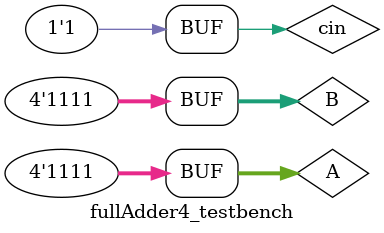
<source format=sv>
module fullAdder4 (A, B, cin, sum, cout);

	input logic [3:0] A;
	input logic [3:0] B;
	input logic cin;
	
	output logic [3:0] sum;
	output logic cout;
	
	logic c0, c1, c2;
	
	fullAdder FA0 (.A(A[0]), .B(B[0]), .cin(cin), .sum(sum[0]), .cout(c0));
	fullAdder FA1 (.A(A[1]), .B(B[1]), .cin(c0), .sum(sum[1]), .cout(c1));
	fullAdder FA2 (.A(A[2]), .B(B[2]), .cin(c1), .sum(sum[2]), .cout(c2));
	fullAdder FA3 (.A(A[3]), .B(B[3]), .cin(c2), .sum(sum[3]), .cout(cout));
	
endmodule

// Test for 4 bit full adder. 
module fullAdder4_testbench();

		logic [3:0] A;
		logic [3:0] B;
		logic [3:0] sum;
		logic cin;
		logic cout;
		
		fullAdder4 dut (.A, .B, .cin, .sum, .cout);
		
		initial begin
		// test cases:
			A=4'b0000; B=4'b0000; cin=1'b0; #10;// expected: sum=0000, cout=0 
			A=4'b0001; B=4'b0001; cin=1'b0; #10;// expected: sum=0010, cout=0
			A=4'b0100; B=4'b1000; cin=1'b0; #10;// expected: sum=1100, cout=0
			A=4'b0111; B=4'b0111; cin=1'b0; #10;// expected: sum=1110, cout=0
			A=4'b1111; B=4'b1111; cin=1'b0; #10;// expected: sum=1110, cout=1
			A=4'b1111; B=4'b1111; cin=1'b1; #10;// expected: sum=1111, cout=1
		end

		
endmodule
</source>
